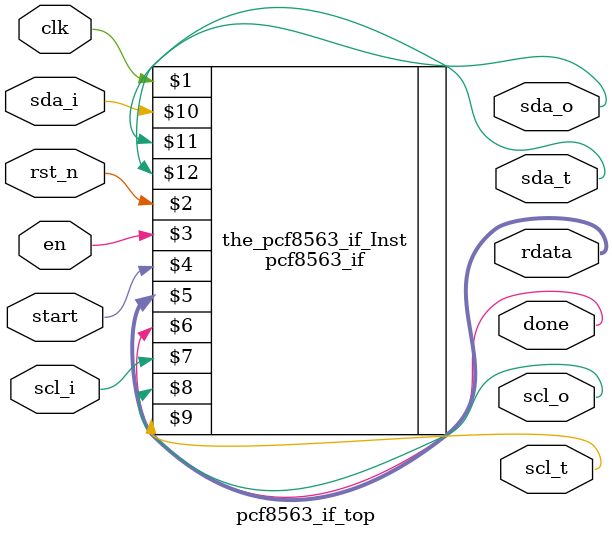
<source format=v>
`timescale 1ns/10ps

module pcf8563_if_top #(
    parameter integer DIV=500,
    parameter integer GAP=100000000
)(
    input wire clk,rst_n,en,
    input wire start,
    output wire [7:0] rdata,
    output wire done,

    (* X_INTERFACE_INFO = "xilinx.com:interface:iic:1.0 IIC SCL_I" *)
    input wire scl_i,
    (* X_INTERFACE_INFO = "xilinx.com:interface:iic:1.0 IIC SCL_O" *)
    output wire scl_o,
    (* X_INTERFACE_INFO = "xilinx.com:interface:iic:1.0 IIC SCL_T" *)
    output wire scl_t,
    (* X_INTERFACE_INFO = "xilinx.com:interface:iic:1.0 IIC SDA_I" *)
    input wire sda_i,
    (* X_INTERFACE_INFO = "xilinx.com:interface:iic:1.0 IIC SDA_O" *)
    output wire sda_o,
    (* X_INTERFACE_INFO = "xilinx.com:interface:iic:1.0 IIC SDA_T" *)
    output wire sda_t
);
    pcf8563_if #(.DIV(DIV),.GAP(GAP)) the_pcf8563_if_Inst(
        clk,rst_n,en,
        start,
        rdata,
        done,
        scl_i,scl_o,scl_t,
        sda_i,sda_o,sda_t
    );
endmodule
</source>
